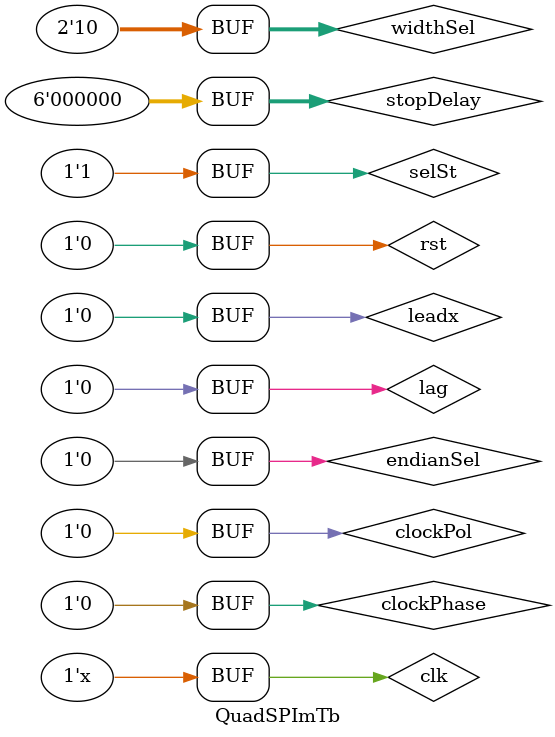
<source format=v>
`timescale 1ns / 1ps

module QuadSPImTb ();


parameter CLK_PERIOD = 8.13; // Clock period in ns

//================================================================================
//  REG/WIRE
//================================================================================
reg rst;
reg clk;

localparam [31:0] startData = 32'h1;

reg [31:0] data;

wire [1:0] widthSel  = 2'h2;
wire clockPol = 1'b0;
wire clockPhase = 1'b0;
wire endianSel = 1'b0;
wire lag = 1'b0;
wire leadx = 1'b0;
wire [5:0] stopDelay = 6'h0;
wire selSt = 1'b1;
wire val;

reg [31:0] tbCnt;

wire start = (tbCnt>=100);
wire fifoEmpty = (data > 32'h29);

//================================================================================
//  ASSIGNMENTS
//================================================================================


//================================================================================
//  CODING
//================================================================================	

always #(CLK_PERIOD/2) clk = ~clk;

initial begin
	clk = 0;
	rst = 0;
	#40
	rst = 1;
	#100
	rst = 0;
end

always @(posedge clk) begin
	if (rst) begin
		tbCnt <= 0;
	end else begin
		tbCnt <= tbCnt+1;
	end
end

always @(posedge clk) begin
	if (rst) begin
		data <= startData;
	end else if (val) begin
		data <= data+10;
	end
end

QuadSPIm QuadSPIm
(
	.Clk_i(clk),
	.Start_i(start),
	.Rst_i(rst),
	.EmptyFlag_i(fifoEmpty),
	.SpiData_i(data),
	.Sck_o(),
	.Ss_o(),
	.Mosi0_o(),
	.Mosi1_o(),
	.Mosi2_o(),
	.Mosi3_o(),
	.WidthSel_i(widthSel),
	.PulsePol_i(clockPol),
	.ClockPhase_i(clockPhase),
	.EndianSel_i(endianSel),
	.Lag_i(lag),
	.Lead_i(leadx),
	.Stop_i(stopDelay),
	.SelSt_i(selSt),
	.Val_o(val)
);
			
endmodule
</source>
